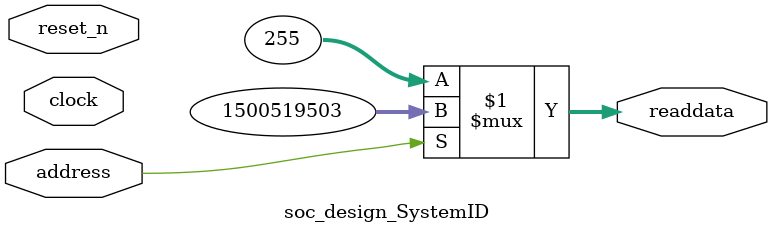
<source format=v>



// synthesis translate_off
`timescale 1ns / 1ps
// synthesis translate_on

// turn off superfluous verilog processor warnings 
// altera message_level Level1 
// altera message_off 10034 10035 10036 10037 10230 10240 10030 

module soc_design_SystemID (
               // inputs:
                address,
                clock,
                reset_n,

               // outputs:
                readdata
             )
;

  output  [ 31: 0] readdata;
  input            address;
  input            clock;
  input            reset_n;

  wire    [ 31: 0] readdata;
  //control_slave, which is an e_avalon_slave
  assign readdata = address ? 1500519503 : 255;

endmodule



</source>
